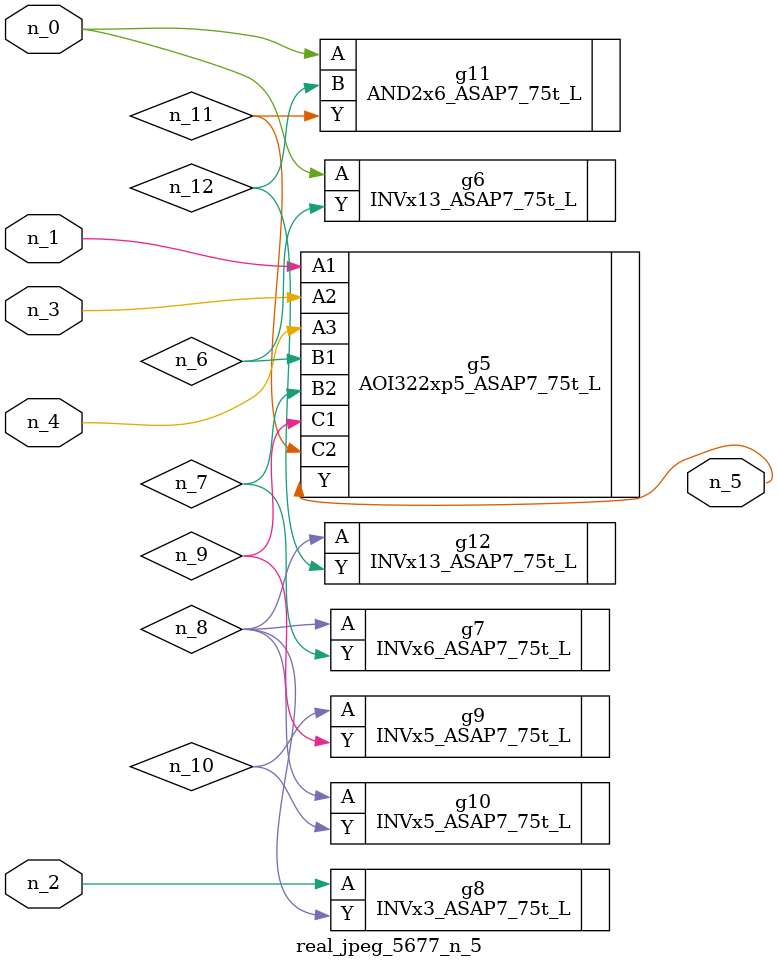
<source format=v>
module real_jpeg_5677_n_5 (n_4, n_0, n_1, n_2, n_3, n_5);

input n_4;
input n_0;
input n_1;
input n_2;
input n_3;

output n_5;

wire n_12;
wire n_8;
wire n_11;
wire n_6;
wire n_7;
wire n_10;
wire n_9;

INVx13_ASAP7_75t_L g6 ( 
.A(n_0),
.Y(n_6)
);

AND2x6_ASAP7_75t_L g11 ( 
.A(n_0),
.B(n_12),
.Y(n_11)
);

AOI322xp5_ASAP7_75t_L g5 ( 
.A1(n_1),
.A2(n_3),
.A3(n_4),
.B1(n_6),
.B2(n_7),
.C1(n_9),
.C2(n_11),
.Y(n_5)
);

INVx3_ASAP7_75t_L g8 ( 
.A(n_2),
.Y(n_8)
);

INVx6_ASAP7_75t_L g7 ( 
.A(n_8),
.Y(n_7)
);

INVx5_ASAP7_75t_L g10 ( 
.A(n_8),
.Y(n_10)
);

INVx13_ASAP7_75t_L g12 ( 
.A(n_8),
.Y(n_12)
);

INVx5_ASAP7_75t_L g9 ( 
.A(n_10),
.Y(n_9)
);


endmodule
</source>
